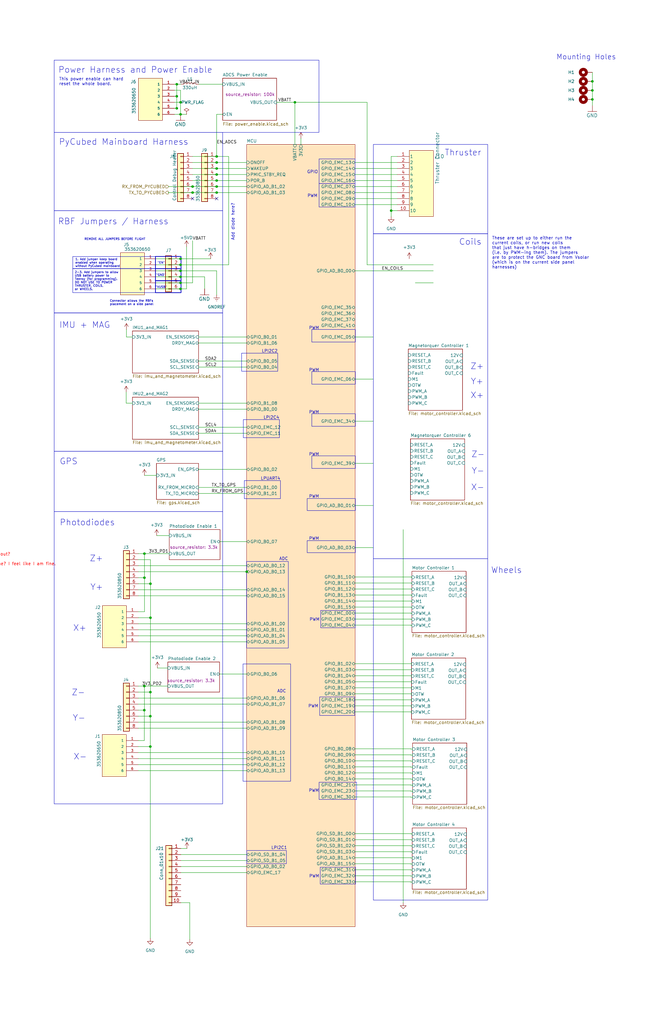
<source format=kicad_sch>
(kicad_sch (version 20230121) (generator eeschema)
  (paper "USLedger" portrait)
  (title_block (title "√g") (date "2023-11-01") (rev "1.0") (company "Stanford Student Space Initiative") (comment 1 "RE: Flynn Dreilinger") (comment 2 "Reviewer 1: Pete Mahowald") (comment 3 "Reviewer 2: Tim Vrakas") (comment 4 "Reviewer 3: Grant Regen") (comment 5 "Reviewer 4:"))
  (bus_alias "UART" (members "TX" "RX"))
  (junction (at 63.5 246.38))
  (junction (at 76.2 48.26))
  (junction (at 60.96 243.84))
  (junction (at 76.2 114.3))
  (junction (at 76.2 119.38))
  (junction (at 165.1 88.9))
  (junction (at 250.0122 41.9608))
  (junction (at 91.44 71.12))
  (junction (at 60.9346 289.5854))
  (junction (at 91.44 76.2))
  (junction (at 76.2 109.22))
  (junction (at 63.4492 302.2854))
  (junction (at 81.28 81.28))
  (junction (at 63.4746 292.1254))
  (junction (at 60.96 233.68))
  (junction (at 250.0122 34.3408))
  (junction (at 76.2 121.92))
  (junction (at 91.44 78.74))
  (junction (at 91.44 66.04))
  (junction (at 104.14 241.3))
  (junction (at 63.4492 315.1124))
  (junction (at 76.2 111.76))
  (junction (at 91.44 81.28))
  (junction (at 74.5998 35.56))
  (junction (at 81.28 78.74))
  (junction (at 63.5 260.731))
  (junction (at 74.5998 40.64))
  (junction (at 76.2 116.84))
  (junction (at 91.44 73.66))
  (junction (at 74.5998 45.72))
  (junction (at 250.0122 38.1508))
  (junction (at 60.9092 299.7454))
  (junction (at 91.44 68.58))
  (junction (at 124.46 43.18))
  (junction (at 76.2 43.18))
  (no_connect (at 91.44 83.82))
  (no_connect (at 81.28 83.82))
  (wire (pts (xy 58.3692 315.1124) (xy 63.4492 315.1124)))
  (wire (pts (xy 81.28 76.2) (xy 91.44 76.2)))
  (wire (pts (xy 157.48 195.58) (xy 149.86 195.58)))
  (wire (pts (xy 127 58.42) (xy 127 60.96)))
  (wire (pts (xy 173.5836 287.8836) (xy 173.5836 287.7566)))
  (wire (pts (xy 66.04 119.38) (xy 76.2 119.38)))
  (wire (pts (xy 170.18 223.52) (xy 170.18 381)))
  (wire (pts (xy 173.3804 364.5662) (xy 149.86 364.5662)))
  (wire (pts (xy 60.9854 243.84) (xy 60.96 243.84)))
  (wire (pts (xy 173.6344 282.8036) (xy 173.6344 282.6766)))
  (wire (pts (xy 173.609 243.5352) (xy 149.86 243.5352)))
  (wire (pts (xy 63.5 260.731) (xy 63.5 292.1254)))
  (wire (pts (xy 66.04 121.92) (xy 76.2 121.92)))
  (wire (pts (xy 81.28 73.66) (xy 91.44 73.66)))
  (wire (pts (xy 173.5582 248.6152) (xy 149.86 248.6152)))
  (wire (pts (xy 182.88 114.3) (xy 149.86 114.3)))
  (wire (pts (xy 174.2948 331.4192) (xy 173.4312 331.4192)))
  (wire (pts (xy 60.96 243.84) (xy 58.42 243.84)))
  (wire (pts (xy 173.99 354.5332) (xy 173.482 354.5332)))
  (wire (pts (xy 173.4312 336.3722) (xy 149.86 336.3722)))
  (wire (pts (xy 104.14 170.18) (xy 83.82 170.18)))
  (wire (pts (xy 63.5 236.22) (xy 58.42 236.22)))
  (wire (pts (xy 173.3296 369.7732) (xy 173.99 369.7732)))
  (wire (pts (xy 72.771 81.28) (xy 81.28 81.28)))
  (wire (pts (xy 76.2 119.38) (xy 81.28 119.38)))
  (wire (pts (xy 173.4312 333.9592) (xy 173.4312 333.8322)))
  (wire (pts (xy 157.48 160.02) (xy 149.86 160.02)))
  (wire (pts (xy 173.4058 362.0262) (xy 149.86 362.0262)))
  (wire (pts (xy 58.3946 289.5854) (xy 60.9346 289.5854)))
  (wire (pts (xy 60.96 233.68) (xy 60.96 243.84)))
  (wire (pts (xy 173.6852 300.5836) (xy 173.4566 300.5836)))
  (wire (pts (xy 173.5074 253.6952) (xy 149.86 253.6952)))
  (wire (pts (xy 71.0184 81.3054) (xy 72.771 81.28)))
  (wire (pts (xy 173.5582 248.7422) (xy 173.5582 248.6152)))
  (wire (pts (xy 173.4312 318.5922) (xy 149.86 318.5922)))
  (wire (pts (xy 173.5074 253.8222) (xy 173.5074 253.6952)))
  (wire (pts (xy 173.863 258.9022) (xy 173.4566 258.9022)))
  (wire (pts (xy 157.48 142.24) (xy 149.86 142.24)))
  (wire (pts (xy 96.52 66.04) (xy 96.52 111.76)))
  (wire (pts (xy 104.14 363.22) (xy 76.3524 363.22)))
  (wire (pts (xy 174.3202 333.9338) (xy 174.3202 333.9592)))
  (wire (pts (xy 154.94 43.18) (xy 154.94 111.76)))
  (wire (pts (xy 173.6852 280.2636) (xy 173.6598 280.2636)))
  (wire (pts (xy 167.64 71.12) (xy 149.86 71.12)))
  (wire (pts (xy 173.5328 292.9636) (xy 173.5328 292.8366)))
  (wire (pts (xy 58.42 241.3) (xy 104.14 241.3)))
  (wire (pts (xy 173.99 351.9932) (xy 173.5074 351.9932)))
  (wire (pts (xy 53.3654 142.24) (xy 55.88 142.24)))
  (wire (pts (xy 91.44 76.2) (xy 104.14 76.2)))
  (wire (pts (xy 174.1424 316.1538) (xy 174.1424 316.1792)))
  (wire (pts (xy 71.2216 78.7654) (xy 71.2216 78.74)))
  (wire (pts (xy 157.48 231.14) (xy 149.86 231.14)))
  (wire (pts (xy 173.4566 300.4566) (xy 149.86 300.4566)))
  (wire (pts (xy 53.2638 165.5064) (xy 53.2638 170.18)))
  (wire (pts (xy 58.4454 270.891) (xy 104.14 270.891)))
  (wire (pts (xy 58.42 233.68) (xy 60.96 233.68)))
  (wire (pts (xy 173.5582 290.2966) (xy 149.86 290.2966)))
  (wire (pts (xy 173.6598 280.2636) (xy 173.6598 280.1366)))
  (wire (pts (xy 173.4312 328.8792) (xy 173.4312 328.7522)))
  (wire (pts (xy 104.14 182.88) (xy 83.82 182.88)))
  (wire (pts (xy 174.2694 328.8538) (xy 174.2694 328.8792)))
  (wire (pts (xy 173.4312 359.4862) (xy 149.86 359.4862)))
  (wire (pts (xy 81.28 68.58) (xy 91.44 68.58)))
  (wire (pts (xy 96.52 66.04) (xy 91.44 66.04)))
  (wire (pts (xy 154.94 43.18) (xy 124.46 43.18)))
  (wire (pts (xy 104.14 172.72) (xy 83.82 172.72)))
  (wire (pts (xy 174.1424 328.8538) (xy 174.2694 328.8538)))
  (wire (pts (xy 167.64 68.58) (xy 149.86 68.58)))
  (wire (pts (xy 66.04 111.76) (xy 76.2 111.76)))
  (wire (pts (xy 91.44 81.28) (xy 104.14 81.28)))
  (wire (pts (xy 173.4312 316.0522) (xy 149.86 316.0522)))
  (wire (pts (xy 91.44 78.74) (xy 104.14 78.74)))
  (wire (pts (xy 167.64 81.28) (xy 149.86 81.28)))
  (wire (pts (xy 91.44 48.26) (xy 91.44 66.04)))
  (wire (pts (xy 250.0122 41.9608) (xy 250.0122 44.5008)))
  (wire (pts (xy 58.42 248.92) (xy 104.14 248.92)))
  (wire (pts (xy 173.3804 364.6932) (xy 173.3804 364.5662)))
  (wire (pts (xy 63.4746 292.1254) (xy 63.4746 302.2854)))
  (wire (pts (xy 74.5998 35.56) (xy 74.5998 40.64)))
  (wire (pts (xy 63.4492 315.1124) (xy 63.4492 396.0622)))
  (wire (pts (xy 173.4312 331.2922) (xy 149.86 331.2922)))
  (wire (pts (xy 173.5836 287.7566) (xy 149.86 287.7566)))
  (wire (pts (xy 174.1678 318.6938) (xy 174.1678 318.7192)))
  (wire (pts (xy 173.482 298.0436) (xy 173.482 297.9166)))
  (wire (pts (xy 173.4312 336.4992) (xy 173.4312 336.3722)))
  (wire (pts (xy 173.4312 326.2122) (xy 149.86 326.2122)))
  (wire (pts (xy 91.44 73.66) (xy 104.14 73.66)))
  (wire (pts (xy 117.3734 43.2054) (xy 124.46 43.18)))
  (wire (pts (xy 83.9724 35.56) (xy 93.98 35.56)))
  (wire (pts (xy 173.4566 300.5836) (xy 173.4566 300.4566)))
  (wire (pts (xy 66.04 114.3) (xy 76.2 114.3)))
  (wire (pts (xy 71.0184 81.28) (xy 71.3994 81.28)))
  (wire (pts (xy 173.3042 372.1862) (xy 149.86 372.1862)))
  (wire (pts (xy 76.2 43.18) (xy 73.66 43.18)))
  (wire (pts (xy 174.244 326.3138) (xy 174.244 326.3392)))
  (wire (pts (xy 76.2 48.26) (xy 78.74 48.26)))
  (wire (pts (xy 167.64 86.36) (xy 149.86 86.36)))
  (wire (pts (xy 86.36 116.84) (xy 86.36 121.92)))
  (wire (pts (xy 91.44 71.12) (xy 104.14 71.12)))
  (wire (pts (xy 58.3946 307.3654) (xy 104.14 307.3654)))
  (wire (pts (xy 173.5074 351.9932) (xy 173.5074 351.8662)))
  (wire (pts (xy 60.9854 243.84) (xy 60.9854 258.191)))
  (wire (pts (xy 124.46 43.18) (xy 124.46 60.96)))
  (wire (pts (xy 173.4312 333.8322) (xy 149.86 333.8322)))
  (wire (pts (xy 66.421 281.9654) (xy 70.8406 281.9654)))
  (wire (pts (xy 63.4746 292.1254) (xy 63.5 292.1254)))
  (wire (pts (xy 174.2948 331.3938) (xy 174.2948 331.4192)))
  (wire (pts (xy 167.64 66.04) (xy 165.1 66.04)))
  (wire (pts (xy 76.2 116.84) (xy 86.36 116.84)))
  (wire (pts (xy 173.4312 326.3392) (xy 173.4312 326.2122)))
  (wire (pts (xy 58.42 251.46) (xy 104.14 251.46)))
  (wire (pts (xy 174.3456 336.4992) (xy 173.4312 336.4992)))
  (wire (pts (xy 174.244 326.3392) (xy 173.4312 326.3392)))
  (wire (pts (xy 104.14 205.74) (xy 83.82 205.74)))
  (wire (pts (xy 173.3296 369.7732) (xy 173.3296 369.6462)))
  (wire (pts (xy 173.5328 251.2822) (xy 173.5328 251.1552)))
  (wire (pts (xy 76.3524 381) (xy 80.0862 381)))
  (wire (pts (xy 173.6852 290.4236) (xy 173.5582 290.4236)))
  (wire (pts (xy 167.64 73.66) (xy 149.86 73.66)))
  (wire (pts (xy 182.88 119.38) (xy 175.26 119.38)))
  (wire (pts (xy 63.5254 246.38) (xy 63.5 246.38)))
  (wire (pts (xy 116.7384 43.18) (xy 117.3734 43.2054)))
  (wire (pts (xy 173.4312 359.6132) (xy 173.4312 359.4862)))
  (wire (pts (xy 173.6852 285.3436) (xy 173.609 285.3436)))
  (wire (pts (xy 154.94 111.76) (xy 182.88 111.76)))
  (wire (pts (xy 173.863 243.6622) (xy 173.609 243.6622)))
  (wire (pts (xy 104.14 198.12) (xy 83.82 198.12)))
  (wire (pts (xy 73.66 38.1) (xy 76.2 38.1)))
  (wire (pts (xy 60.9854 258.191) (xy 58.4454 258.191)))
  (wire (pts (xy 173.4058 362.1532) (xy 173.4058 362.0262)))
  (wire (pts (xy 173.863 248.7422) (xy 173.5582 248.7422)))
  (wire (pts (xy 63.5 260.731) (xy 63.5254 260.731)))
  (wire (pts (xy 174.1678 318.7192) (xy 173.4312 318.7192)))
  (wire (pts (xy 81.28 81.28) (xy 91.44 81.28)))
  (wire (pts (xy 173.99 359.6132) (xy 173.4312 359.6132)))
  (wire (pts (xy 174.1424 318.6938) (xy 174.1678 318.6938)))
  (wire (pts (xy 173.4566 357.0732) (xy 173.4566 356.9462)))
  (wire (pts (xy 71.0184 81.28) (xy 71.0184 81.3054)))
  (wire (pts (xy 174.2694 328.8792) (xy 173.4312 328.8792)))
  (wire (pts (xy 173.482 297.9166) (xy 149.86 297.9166)))
  (wire (pts (xy 173.99 357.0732) (xy 173.4566 357.0732)))
  (wire (pts (xy 74.5998 40.64) (xy 74.5998 45.72)))
  (wire (pts (xy 92.6846 284.5054) (xy 104.14 284.5054)))
  (wire (pts (xy 173.6852 287.8836) (xy 173.5836 287.8836)))
  (wire (pts (xy 173.863 256.3622) (xy 173.482 256.3622)))
  (wire (pts (xy 71.2216 78.74) (xy 81.28 78.74)))
  (wire (pts (xy 173.5836 246.2022) (xy 173.5836 246.0752)))
  (wire (pts (xy 58.4454 265.811) (xy 104.14 265.811)))
  (wire (pts (xy 173.4312 261.4422) (xy 173.4312 261.3152)))
  (wire (pts (xy 173.482 354.5332) (xy 173.482 354.4062)))
  (wire (pts (xy 167.64 88.9) (xy 165.1 88.9)))
  (wire (pts (xy 81.28 101.6) (xy 81.28 119.38)))
  (wire (pts (xy 174.1424 316.1792) (xy 173.4312 316.1792)))
  (wire (pts (xy 74.5998 45.72) (xy 73.66 45.72)))
  (wire (pts (xy 174.3456 336.4738) (xy 174.3456 336.4992)))
  (wire (pts (xy 174.3202 333.9338) (xy 174.1424 333.9338)))
  (wire (pts (xy 104.14 154.94) (xy 83.82 154.94)))
  (wire (pts (xy 76.2 121.92) (xy 78.74 121.92)))
  (wire (pts (xy 173.99 367.2332) (xy 173.355 367.2332)))
  (wire (pts (xy 81.28 71.12) (xy 91.44 71.12)))
  (wire (pts (xy 173.6344 282.6766) (xy 149.86 282.6766)))
  (wire (pts (xy 63.5254 246.38) (xy 63.5254 260.731)))
  (wire (pts (xy 165.1 66.04) (xy 165.1 88.9)))
  (wire (pts (xy 173.6852 282.8036) (xy 173.6344 282.8036)))
  (wire (pts (xy 173.609 285.3436) (xy 173.609 285.2166)))
  (wire (pts (xy 173.863 246.2022) (xy 173.5836 246.2022)))
  (wire (pts (xy 173.4058 263.8552) (xy 149.86 263.8552)))
  (wire (pts (xy 60.9346 289.5854) (xy 60.9346 299.7454)))
  (wire (pts (xy 58.3946 302.2854) (xy 63.4492 302.2854)))
  (wire (pts (xy 157.48 177.8) (xy 149.86 177.8)))
  (wire (pts (xy 80.0862 396.5194) (xy 80.0862 381)))
  (wire (pts (xy 174.2186 323.7992) (xy 173.4312 323.7992)))
  (wire (pts (xy 58.3946 299.7454) (xy 60.9092 299.7454)))
  (wire (pts (xy 173.4312 323.6722) (xy 149.86 323.6722)))
  (wire (pts (xy 173.4312 328.7522) (xy 149.86 328.7522)))
  (wire (pts (xy 173.6852 292.9636) (xy 173.5328 292.9636)))
  (wire (pts (xy 63.5 260.731) (xy 58.4454 260.731)))
  (wire (pts (xy 76.2 43.18) (xy 76.2 48.26)))
  (wire (pts (xy 58.3946 292.1254) (xy 63.4746 292.1254)))
  (wire (pts (xy 63.4492 302.2854) (xy 63.4746 302.2854)))
  (wire (pts (xy 104.14 180.34) (xy 83.82 180.34)))
  (wire (pts (xy 173.355 367.2332) (xy 173.355 367.1062)))
  (wire (pts (xy 104.14 144.78) (xy 83.82 144.78)))
  (wire (pts (xy 63.4492 302.2854) (xy 63.4492 315.1124)))
  (wire (pts (xy 173.609 285.2166) (xy 149.86 285.2166)))
  (wire (pts (xy 250.0122 30.5308) (xy 250.0122 34.3408)))
  (wire (pts (xy 174.1424 321.2338) (xy 174.1932 321.2338)))
  (wire (pts (xy 76.2 48.26) (xy 73.66 48.26)))
  (wire (pts (xy 174.1932 321.2592) (xy 173.4312 321.2592)))
  (wire (pts (xy 74.5998 45.7454) (xy 74.5998 45.72)))
  (wire (pts (xy 173.5328 251.1552) (xy 149.86 251.1552)))
  (wire (pts (xy 60.9092 299.7454) (xy 60.9092 312.5724)))
  (wire (pts (xy 104.14 142.24) (xy 83.82 142.24)))
  (wire (pts (xy 174.2948 331.3938) (xy 174.1424 331.3938)))
  (wire (pts (xy 60.9092 312.5724) (xy 58.3692 312.5724)))
  (wire (pts (xy 173.4312 316.1792) (xy 173.4312 316.0522)))
  (wire (pts (xy 74.5998 35.56) (xy 76.3524 35.56)))
  (wire (pts (xy 174.2186 323.7738) (xy 174.2186 323.7992)))
  (wire (pts (xy 78.74 104.14) (xy 78.74 121.92)))
  (wire (pts (xy 104.14 152.4) (xy 83.82 152.4)))
  (wire (pts (xy 173.355 367.1062) (xy 149.86 367.1062)))
  (wire (pts (xy 167.64 83.82) (xy 149.86 83.82)))
  (wire (pts (xy 173.4312 323.7992) (xy 173.4312 323.6722)))
  (wire (pts (xy 66.04 116.84) (xy 76.2 116.84)))
  (wire (pts (xy 173.5328 292.8366) (xy 149.86 292.8366)))
  (wire (pts (xy 173.5074 295.3766) (xy 149.86 295.3766)))
  (wire (pts (xy 173.5836 246.0752) (xy 149.86 246.0752)))
  (wire (pts (xy 174.3202 333.9592) (xy 173.4312 333.9592)))
  (wire (pts (xy 104.1654 241.3) (xy 104.14 241.3)))
  (wire (pts (xy 74.5998 40.64) (xy 73.66 40.64)))
  (wire (pts (xy 173.482 256.3622) (xy 173.482 256.2352)))
  (wire (pts (xy 173.99 364.6932) (xy 173.3804 364.6932)))
  (wire (pts (xy 173.482 354.4062) (xy 149.86 354.4062)))
  (wire (pts (xy 58.3946 304.8254) (xy 104.14 304.8254)))
  (wire (pts (xy 60.9092 299.7454) (xy 60.9346 299.7454)))
  (wire (pts (xy 76.2 111.76) (xy 96.52 111.76)))
  (wire (pts (xy 173.4312 321.1322) (xy 149.86 321.1322)))
  (wire (pts (xy 66.04 109.22) (xy 76.2 109.22)))
  (wire (pts (xy 173.4312 261.4422) (xy 173.863 261.4422)))
  (wire (pts (xy 173.863 263.9822) (xy 173.4058 263.9822)))
  (wire (pts (xy 173.6852 295.5036) (xy 173.5074 295.5036)))
  (wire (pts (xy 81.28 66.04) (xy 91.44 66.04)))
  (wire (pts (xy 173.99 372.3132) (xy 173.3042 372.3132)))
  (wire (pts (xy 173.4566 356.9462) (xy 149.86 356.9462)))
  (wire (pts (xy 66.1162 226.06) (xy 71.4248 226.06)))
  (wire (pts (xy 104.14 365.76) (xy 76.3524 365.76)))
  (wire (pts (xy 173.5582 290.4236) (xy 173.5582 290.2966)))
  (wire (pts (xy 174.1932 321.2338) (xy 174.1932 321.2592)))
  (wire (pts (xy 173.4312 318.7192) (xy 173.4312 318.5922)))
  (wire (pts (xy 173.4058 263.9822) (xy 173.4058 263.8552)))
  (wire (pts (xy 104.14 368.3) (xy 76.3524 368.3)))
  (wire (pts (xy 104.14 208.28) (xy 83.82 208.28)))
  (wire (pts (xy 76.2 38.1) (xy 76.2 43.18)))
  (wire (pts (xy 76.2 109.22) (xy 88.9 109.22)))
  (wire (pts (xy 173.4312 261.3152) (xy 149.86 261.3152)))
  (wire (pts (xy 58.3946 294.6654) (xy 104.14 294.6654)))
  (wire (pts (xy 91.44 124.46) (xy 91.44 114.3)))
  (wire (pts (xy 58.3692 322.7324) (xy 104.14 322.7324)))
  (wire (pts (xy 173.4312 331.4192) (xy 173.4312 331.2922)))
  (wire (pts (xy 173.863 253.8222) (xy 173.5074 253.8222)))
  (wire (pts (xy 58.4454 263.271) (xy 104.14 263.271)))
  (wire (pts (xy 173.3042 372.3132) (xy 173.3042 372.1862)))
  (wire (pts (xy 173.3296 369.6462) (xy 149.86 369.6462)))
  (wire (pts (xy 167.64 76.2) (xy 149.86 76.2)))
  (wire (pts (xy 173.4566 258.9022) (xy 173.4566 258.7752)))
  (wire (pts (xy 173.5074 295.5036) (xy 173.5074 295.3766)))
  (wire (pts (xy 174.3456 336.4738) (xy 174.1424 336.4738)))
  (wire (pts (xy 81.28 78.74) (xy 91.44 78.74)))
  (wire (pts (xy 63.5 246.38) (xy 58.42 246.38)))
  (wire (pts (xy 173.482 256.2352) (xy 149.86 256.2352)))
  (wire (pts (xy 173.482 298.0436) (xy 173.6852 298.0436)))
  (wire (pts (xy 174.1424 323.7738) (xy 174.2186 323.7738)))
  (wire (pts (xy 60.9346 289.5854) (xy 70.8406 289.5854)))
  (wire (pts (xy 58.3692 317.6524) (xy 104.14 317.6524)))
  (wire (pts (xy 173.4312 321.2592) (xy 173.4312 321.1322)))
  (wire (pts (xy 58.3692 325.2724) (xy 104.14 325.2724)))
  (wire (pts (xy 66.04 200.66) (xy 60.96 200.66)))
  (wire (pts (xy 173.99 362.1532) (xy 173.4058 362.1532)))
  (wire (pts (xy 53.2638 170.18) (xy 55.88 170.18)))
  (wire (pts (xy 53.3654 139.0904) (xy 53.3654 142.24)))
  (wire (pts (xy 173.4566 258.7752) (xy 149.86 258.7752)))
  (wire (pts (xy 73.66 35.56) (xy 74.5998 35.56)))
  (wire (pts (xy 250.0122 34.3408) (xy 250.0122 38.1508)))
  (wire (pts (xy 60.96 233.68) (xy 71.4248 233.68)))
  (wire (pts (xy 58.42 238.76) (xy 104.14 238.76)))
  (wire (pts (xy 58.3692 320.1924) (xy 104.14 320.1924)))
  (wire (pts (xy 167.64 78.74) (xy 149.86 78.74)))
  (wire (pts (xy 173.5074 351.8662) (xy 149.86 351.8662)))
  (wire (pts (xy 58.3946 297.2054) (xy 104.14 297.2054)))
  (wire (pts (xy 157.48 213.36) (xy 149.86 213.36)))
  (wire (pts (xy 76.3524 358.14) (xy 78.8924 358.14)))
  (wire (pts (xy 173.863 251.2822) (xy 173.5328 251.2822)))
  (wire (pts (xy 76.2 114.3) (xy 91.44 114.3)))
  (wire (pts (xy 58.4454 268.351) (xy 104.14 268.351)))
  (wire (pts (xy 173.6598 280.1366) (xy 149.86 280.1366)))
  (wire (pts (xy 92.8624 228.6) (xy 104.14 228.6)))
  (wire (pts (xy 174.1424 326.3138) (xy 174.244 326.3138)))
  (wire (pts (xy 63.5 236.22) (xy 63.5 246.38)))
  (wire (pts (xy 165.1 91.44) (xy 165.1 88.9)))
  (wire (pts (xy 91.44 68.58) (xy 104.14 68.58)))
  (wire (pts (xy 250.0122 38.1508) (xy 250.0122 41.9608)))
  (wire (pts (xy 104.14 360.68) (xy 76.3524 360.68)))
  (wire (pts (xy 173.609 243.6622) (xy 173.609 243.5352)))
  (wire (pts (xy 91.44 48.26) (xy 93.98 48.26)))
  (rectangle (start 157.5816 60.96) (end 205.8416 98.6536))
  (rectangle (start 22.86 55.88) (end 93.98 88.9))
  (rectangle (start 134.6708 77.4446) (end 149.86 87.376))
  (rectangle (start 22.86 190.5) (end 93.98 215.9))
  (rectangle (start 104.0892 236.982) (end 121.6914 273.5326))
  (rectangle (start 131.5974 144.3736) (end 149.9616 139.065))
  (rectangle (start 65.6082 118.491) (end 76.4032 123.5202) (stroke (width 0.3)))
  (rectangle (start 129.6416 215.4936) (end 149.9616 210.4136))
  (rectangle (start 22.86 88.9) (end 93.98 132.08))
  (rectangle (start 102.5652 280.2382) (end 122.6566 329.7428))
  (rectangle (start 134.6708 330.1746) (end 150.5204 337.439))
  (rectangle (start 104.1908 364.5408) (end 120.8786 358.9782))
  (rectangle (start 135.1534 366.0394) (end 150.0378 373.1514))
  (rectangle (start 131.5974 179.9336) (end 149.9616 174.625))
  (rectangle (start 30.7086 113.3856) (end 65.6082 123.5202))
  (rectangle (start 103.124 202.8444) (end 118.364 210.4644))
  (rectangle (start 30.7086 108.2802) (end 65.6082 113.3856))
  (rectangle (start 131.5974 162.1536) (end 149.9616 156.845))
  (rectangle (start 22.86 132.08) (end 93.98 190.5))
  (rectangle (start 157.5816 98.6536) (end 205.8416 235.8136))
  (rectangle (start 129.6416 228.1936) (end 149.9616 233.2736))
  (rectangle (start 134.9248 294.1574) (end 149.7076 301.9806))
  (rectangle (start 22.86 25.4) (end 134.62 55.88))
  (rectangle (start 135.3566 257.6576) (end 149.9108 264.9728))
  (rectangle (start 131.5974 197.7136) (end 149.9616 192.405))
  (rectangle (start 134.6708 67.0814) (end 149.86 77.4446))
  (rectangle (start 65.6082 113.3856) (end 76.4032 118.491) (stroke (width 0.3)))
  (rectangle (start 65.6082 108.2548) (end 76.4032 113.3856) (stroke (width 0.3)))
  (rectangle (start 157.5816 235.8136) (end 205.8416 379.9078))
  (rectangle (start 101.981 149.0726) (end 117.221 156.6926))
  (rectangle (start 102.6922 177.1142) (end 117.9322 184.7342))
  (rectangle (start 22.86 215.9) (end 93.98 339.2932))
  (text "GPS\n" (at 32.8168 196.3928 0) (effects (font (size 2.54 2.54)) (justify right bottom)))
  (text "PWM\n" (at 134.7216 192.6336 0) (effects (font (size 1.27 1.27)) (justify right bottom)))
  (text "LPI2C2\n" (at 117.221 149.0726 0) (effects (font (size 1.27 1.27)) (justify right bottom)))
  (text "Y+" (at 43.5864 249.4534 0) (effects (font (size 2.54 2.54)) (justify right bottom)))
  (text "PWM\n" (at 134.9502 262.3566 0) (effects (font (size 1.27 1.27)) (justify right bottom)))
  (text "Z+" (at 204.2922 156.2354 0) (effects (font (size 2.54 2.54)) (justify right bottom)))
  (text "LPI2C4\n" (at 117.9322 177.1142 0) (effects (font (size 1.27 1.27)) (justify right bottom)))
  (text "PWM\n" (at 134.7216 228.1936 0) (effects (font (size 1.27 1.27)) (justify right bottom)))
  (text "PWM\n" (at 134.7978 370.6876 0) (effects (font (size 1.27 1.27)) (justify right bottom)))
  (text "Z-" (at 35.9918 293.9034 0) (effects (font (size 2.54 2.54)) (justify right bottom)))
  (text "X-" (at 36.7538 321.0052 0) (effects (font (size 2.54 2.54)) (justify right bottom)))
  (text "X+" (at 204.2922 168.4782 0) (effects (font (size 2.54 2.54)) (justify right bottom)))
  (text "Add diode here?" (at 99.06 101.6 90) (effects (font (size 1.27 1.27)) (justify left bottom)))
  (text "PyCubed Mainboard Harness" (at 24.8158 61.5442 0) (effects (font (size 2.54 2.54)) (justify left bottom)))
  (text "Power Harness and Power Enable" (at 24.5618 31.115 0) (effects (font (size 2.54 2.54)) (justify left bottom)))
  (text "2-3. Add jumpers to allow\nUSB battery power to \nTeensy (for programming).\nDO NOT USE TO POWER \nTHRUSTER, COILS, \nor WHEELS." (at 31.496 122.7582 0) (effects (font (size 0.889 0.889)) (justify left bottom)))
  (text "Z-" (at 204.6732 193.3956 0) (effects (font (size 2.54 2.54)) (justify right bottom)))
  (text "LPI2C1\n" (at 114.427 358.7242 0) (effects (font (size 1.27 1.27)) (justify left bottom)))
  (text "GPIO\n\n" (at 134.239 75.4888 0) (effects (font (size 1.27 1.27)) (justify right bottom)))
  (text "\"VUSB\"" (at 65.5574 121.8692 0) (effects (font (size 0.889 0.889)) (justify left bottom)))
  (text "\"EN\"" (at 66.421 111.6076 0) (effects (font (size 0.889 0.889)) (justify left bottom)))
  (text "Thruster\n" (at 203.2 66.04 0) (effects (font (size 2.54 2.54)) (justify right bottom)))
  (text "X+" (at 36.576 266.7 0) (effects (font (size 2.54 2.54)) (justify right bottom)))
  (text "PWM\n" (at 134.4168 298.9072 0) (effects (font (size 1.27 1.27)) (justify right bottom)))
  (text "X-" (at 204.5208 207.3148 0) (effects (font (size 2.54 2.54)) (justify right bottom)))
  (text "REMOVE ALL JUMPERS BEFORE FLIGHT" (at 35.56 101.6 0) (effects (font (size 0.889 0.889)) (justify left bottom)))
  (text "Y+" (at 204.1398 162.6362 0) (effects (font (size 2.54 2.54)) (justify right bottom)))
  (text "Coils\n" (at 203.3016 103.7336 0) (effects (font (size 2.54 2.54)) (justify right bottom)))
  (text "Connector allows the RBFs \nplacement on a side panel\n" (at 46.3042 129.0828 0) (effects (font (size 0.889 0.889)) (justify left bottom)))
  (text "RBF Jumpers / Harness" (at 24.4348 95.0976 0) (effects (font (size 2.54 2.54)) (justify left bottom)))
  (text "Mounting Holes" (at 234.7722 25.4508 0) (effects (font (size 2.159 2.159)) (justify left bottom)))
  (text "IMU + MAG\n" (at 46.5582 138.811 0) (effects (font (size 2.54 2.54)) (justify right bottom)))
  (text "Y-" (at 36.1442 304.6476 0) (effects (font (size 2.54 2.54)) (justify right bottom)))
  (text "PWM\n" (at 134.7216 174.8536 0) (effects (font (size 1.27 1.27)) (justify right bottom)))
  (text "PWM\n" (at 134.0612 83.5152 0) (effects (font (size 1.27 1.27)) (justify right bottom)))
  (text "Wheels\n" (at 220.345 242.2906 0) (effects (font (size 2.54 2.54)) (justify right bottom)))
  (text "LPUART4\n" (at 118.364 202.8444 0) (effects (font (size 1.27 1.27)) (justify right bottom)))
  (text "1. Add jumper keep board \nenabled when operating \nwithout PyCubed mainboard\n" (at 31.7246 113.0046 0) (effects (font (size 0.889 0.889)) (justify left bottom)))
  (text "These are set up to either run the\ncurrent coils, or run new coils \nthat just have h-bridges on them\n(i.e. by PWM-ing them). The jumpers\nare to protect the GNC board from Vsolar\n(which is on the current side panel \nharnesses)" (at 207.6196 113.6396 0) (effects (font (size 1.27 1.27)) (justify left bottom)))
  (text "This power enable can hard \nreset the whole board." (at 24.892 36.2712 0) (effects (font (size 1.27 1.27)) (justify left bottom)))
  (text "Y-" (at 204.5208 200.3552 0) (effects (font (size 2.54 2.54)) (justify right bottom)))
  (text "PWM\n" (at 134.7216 139.2936 0) (effects (font (size 1.27 1.27)) (justify right bottom)))
  (text "\"GND\"" (at 70.0532 116.7638 0) (effects (font (size 0.889 0.889)) (justify right bottom)))
  (text "PWM\n" (at 134.6454 334.5688 0) (effects (font (size 1.27 1.27)) (justify right bottom)))
  (text "Photodiodes" (at 48.5648 222.1738 0) (effects (font (size 2.54 2.54)) (justify right bottom)))
  (text "PWM\n" (at 134.7216 210.4136 0) (effects (font (size 1.27 1.27)) (justify right bottom)))
  (text "ADC\n" (at 120.777 292.5826 0) (effects (font (size 1.27 1.27)) (justify right bottom)))
  (text "ADC\n" (at 121.6152 236.728 0) (effects (font (size 1.27 1.27)) (justify right bottom)))
  (text "LDO for analog 3V3 supply?\nadd inductor, caps to filter things out?\n\nShould I make an analog GND plane? I feel like I am fine.\n" (at -34.2646 238.887 0) (effects (font (size 1.27 1.27)) (justify left bottom)))
  (text "Z+" (at 43.5864 237.3376 0) (effects (font (size 2.54 2.54)) (justify right bottom)))
  (text "PWM\n" (at 134.7216 157.0736 0) (effects (font (size 1.27 1.27)) (justify right bottom)))
  (label "TX_TO_GPS" (at 89.2302 205.74 0))
  (label "SCL2" (at 91.44 154.94 180))
  (label "EN_ADCS" (at 91.44 60.96 0))
  (label "VBATT_IN" (at 75.7428 35.56 0))
  (label "VBATT" (at 117.3734 43.2054 0))
  (label "SDA2" (at 91.44 152.4 180))
  (label "3V3_PD1" (at 71.12 233.68 180))
  (label "3V3_PD2" (at 68.3006 289.5854 180))
  (label "SCL4" (at 91.44 180.34 180))
  (label "EN_COILS" (at 170.18 114.3 180))
  (label "VBATT" (at 81.28 101.6 0))
  (label "SDA4" (at 91.44 182.88 180))
  (label "RX_FROM_GPS" (at 89.2048 208.28 0))
  (hierarchical_label "RX_FROM_PYCUBED" (shape input) (at 71.2216 78.7654 180))
  (hierarchical_label "TX_TO_PYCUBED" (shape output) (at 71.0184 81.3054 180))
  (symbol (lib_id "power:+3V3") (at 127 58.42 0) (unit 1)
    (property "Reference" "#PWR010" (effects hide))
    (property "Value" "+3V3" (at 127 53.9242 0))
  )
  (symbol (lib_id "mainboard:GND") (at 76.2 50.8 0) (unit 1)
    (property "Reference" "#GND01" (effects hide))
    (property "Value" "GND" (at 73.66 53.34 0) (effects (font (size 1.4986 1.4986)) (justify left bottom)))
  )
  (symbol (lib_id "mainboard:35362-0650") (at 48.2854 265.811 0) (unit 1)
    (property "Reference" "J2" (at 42.4942 256.3622 0) (effects (justify right)))
    (property "Value" "353620650" (at 41.8084 258.2926 90) (effects (justify right)))
    (property "Footprint" "mainboard:MOLEX_35362-0650" (effects hide))
    (property "Datasheet" "https://tools.molex.com/pdm_docs/sd/353620650_sd.pdf" (effects hide))
    (property "Manufacturer_Name" "Molex" (effects hide))
    (property "Flight" "353620650" (effects hide))
    (property "Description" "6-pin sherlock through-hole connector" (effects hide))
  )
  (symbol (lib_id "Mechanical:MountingHole_Pad") (at 247.4722 41.9608 90) (unit 1)
    (property "Reference" "H4" (at 241.1222 41.9608 90))
    (property "Value" "MountingHole_Pad" (effects hide))
    (property "Footprint" "MountingHole:MountingHole_3.2mm_M3_DIN965_Pad" (effects hide))
    (property "DNI" "DNI" (effects hide))
  )
  (symbol (lib_id "Connector_Generic:Conn_01x08") (at 53.3146 297.2054 0) (mirror y) (unit 1)
    (property "Reference" "J4" (at 54.356 286.9184 0) (effects (justify left)))
    (property "Value" "353620850" (at 50.4698 308.6862 90) (effects (justify left)))
    (property "Footprint" "adcs:SHDR8W50P0X200_1X8_1830X550X850P" (effects hide))
    (property "Datasheet" "https://tools.molex.com/pdm_docs/sd/353620850_sd.pdf" (effects hide))
    (property "Manufacturer_Name" "Molex" (effects hide))
    (property "Flight" "353620850" (effects hide))
    (property "Description" "8-pin sherlock through-hole connector" (effects hide))
  )
  (symbol (lib_id "mainboard:35362-0650") (at 63.5 43.18 0) (unit 1)
    (property "Reference" "J6" (at 56.2864 34.4932 0))
    (property "Value" "353620650" (at 56.515 42.4942 90))
    (property "Footprint" "mainboard:MOLEX_35362-0650" (effects hide))
    (property "Datasheet" "https://tools.molex.com/pdm_docs/sd/353620650_sd.pdf" (effects hide))
    (property "Manufacturer_Name" "Molex" (effects hide))
    (property "Flight" "353620650" (effects hide))
    (property "Description" "6-pin sherlock through-hole connector" (effects hide))
  )
  (symbol (lib_id "power:+3V3") (at 53.3654 139.0904 0) (mirror y) (unit 1)
    (property "Reference" "#PWR02" (effects hide))
    (property "Value" "+3V3" (at 53.3654 134.5946 0))
  )
  (symbol (lib_id "power:+5VD") (at 78.74 104.14 0) (unit 1)
    (property "Reference" "#PWR07" (effects hide))
    (property "Value" "+5VD" (at 75.9714 100.33 0) (effects (justify left)))
  )
  (symbol (lib_id "Connector_Generic:Conn_01x08") (at 53.34 241.3 0) (mirror y) (unit 1)
    (property "Reference" "J3" (at 54.3814 231.013 0) (effects (justify left)))
    (property "Value" "353620850" (at 50.4952 252.7808 90) (effects (justify left)))
    (property "Footprint" "adcs:SHDR8W50P0X200_1X8_1830X550X850P" (effects hide))
    (property "Datasheet" "https://tools.molex.com/pdm_docs/sd/353620850_sd.pdf" (effects hide))
    (property "Manufacturer_Name" "Molex" (effects hide))
    (property "Flight" "353620850" (effects hide))
    (property "Description" "8-pin sherlock through-hole connector" (effects hide))
  )
  (symbol (lib_id "power:GND") (at 63.4492 396.0622 0) (mirror y) (unit 1)
    (property "Reference" "#PWR04" (effects hide))
    (property "Value" "GND" (at 63.4492 401.1422 0))
  )
  (symbol (lib_id "power:GNDREF") (at 91.44 124.46 0) (unit 1)
    (property "Reference" "#PWR09" (effects hide))
    (property "Value" "GNDREF" (at 91.44 129.54 0))
  )
  (symbol (lib_id "power:+3V3") (at 53.2638 165.5064 0) (mirror y) (unit 1)
    (property "Reference" "#PWR01" (effects hide))
    (property "Value" "+3V3" (at 53.2638 161.0106 0))
  )
  (symbol (lib_id "Connector_Generic:Conn_01x10") (at 71.2724 368.3 0) (mirror y) (unit 1)
    (property "Reference" "J21" (at 67.3862 358.1146 0))
    (property "Value" "Conn_01x10" (at 68.1228 365.633 90))
    (property "Footprint" "Connector_PinHeader_2.54mm:PinHeader_1x10_P2.54mm_Vertical" (effects hide))
    (property "Description" "10-pin GPIO" (effects hide))
  )
  (symbol (lib_id "adcs:353621050") (at 177.8 77.47 0) (unit 1)
    (property "Reference" "J10" (at 183.2102 66.0146 0) (effects (font (size 1.524 1.524)) (justify left)))
    (property "Value" "Thruster Connector" (at 184.5564 77.7748 90) (effects (font (size 1.524 1.524)) (justify left)))
    (property "Footprint" "CON_353621050" (effects hide))
    (property "Datasheet" "https://tools.molex.com/pdm_docs/sd/353621050_sd.pdf" (effects hide))
    (property "Manufacturer_Name" "Molex" (effects hide))
    (property "Flight" "353621050" (effects hide))
    (property "Description" "10-pin sherlock through-hole connector " (effects hide))
  )
  (symbol (lib_id "Mechanical:MountingHole_Pad") (at 247.4722 34.3408 90) (unit 1)
    (property "Reference" "H2" (at 241.1222 34.3408 90))
    (property "Value" "MountingHole_Pad" (effects hide))
    (property "Footprint" "MountingHole:MountingHole_3.2mm_M3_DIN965_Pad" (effects hide))
    (property "DNI" "DNI" (effects hide))
  )
  (symbol (lib_id "power:+3V3") (at 66.421 281.9654 0) (mirror y) (unit 1)
    (property "Reference" "#PWR06" (effects hide))
    (property "Value" "+3V3" (at 66.421 277.4696 0))
  )
  (symbol (lib_id "power:PWR_FLAG") (at 78.74 48.26 0) (unit 1)
    (property "Reference" "#FLG01" (effects hide))
    (property "Value" "PWR_FLAG" (at 81.28 43.18 0))
  )
  (symbol (lib_id "power:+3V3") (at 66.1162 226.06 0) (mirror y) (unit 1)
    (property "Reference" "#PWR05" (effects hide))
    (property "Value" "+3V3" (at 66.1162 221.5642 0))
  )
  (symbol (lib_id "Connector_Generic:Conn_01x06") (at 71.12 114.3 0) (mirror y) (unit 1)
    (property "Reference" "J7" (at 69.9262 105.7148 0) (effects (justify right)))
    (property "Value" "Conn_01x06" (effects hide))
    (property "Footprint" "Connector_PinHeader_2.54mm:PinHeader_1x06_P2.54mm_Vertical" (effects hide))
    (property "DNI" "DNI" (effects hide))
    (property "Description" "6-pin horizontal header" (effects hide))
    (property "Flight" "PH1RB-06-UA" (effects hide))
    (property "Manufacturer_Name" "Adam-Tech" (effects hide))
  )
  (symbol (lib_id "mainboard:GND") (at 250.0122 47.0408 0) (unit 1)
    (property "Reference" "#GND024" (effects hide))
    (property "Value" "GND" (at 247.4722 49.5808 0) (effects (font (size 1.4986 1.4986)) (justify left bottom)))
  )
  (symbol (lib_id "power:+3V3") (at 78.8924 358.14 0) (mirror y) (unit 1)
    (property "Reference" "#PWR014" (effects hide))
    (property "Value" "+3V3" (at 78.8924 354.3808 0))
  )
  (symbol (lib_id "Mechanical:MountingHole_Pad") (at 247.4722 30.5308 90) (unit 1)
    (property "Reference" "H1" (at 241.1222 30.5308 90))
    (property "Value" "MountingHole_Pad" (effects hide))
    (property "Footprint" "MountingHole:MountingHole_3.2mm_M3_DIN965_Pad" (effects hide))
    (property "DNI" "DNI" (effects hide))
  )
  (symbol (lib_id "power:+3V3") (at 172.72 109.22 0) (mirror y) (unit 1)
    (property "Reference" "#PWR013" (effects hide))
    (property "Value" "+3V3" (at 172.72 104.3686 0))
  )
  (symbol (lib_id "power:GND") (at 170.18 381 0) (unit 1)
    (property "Reference" "#PWR058" (effects hide))
    (property "Value" "GND" (at 170.18 386.08 0))
  )
  (symbol (lib_id "Connector_Generic:Conn_01x08") (at 86.36 73.66 0) (mirror y) (unit 1)
    (property "Reference" "J9" (at 87.4014 63.373 0) (effects (justify left)))
    (property "Value" "353620850" (at 83.5152 85.1408 90) (effects (justify left)))
    (property "Footprint" "adcs:SHDR8W50P0X200_1X8_1830X550X850P" (effects hide))
    (property "Datasheet" "https://tools.molex.com/pdm_docs/sd/353620850_sd.pdf" (effects hide))
    (property "Manufacturer_Name" "Molex" (effects hide))
    (property "Flight" "353620850" (effects hide))
    (property "Description" "8-pin sherlock through-hole connector" (effects hide))
  )
  (symbol (lib_id "Connector_Generic:Conn_01x08") (at 76.2 73.66 0) (mirror y) (unit 1)
    (property "Reference" "J8" (at 73.9902 66.04 0) (effects (justify left)))
    (property "Value" "Control Debug Header" (at 73.6346 84.7852 90) (effects (justify left)))
    (property "Footprint" "Connector_PinHeader_2.54mm:PinHeader_1x08_P2.54mm_Vertical" (effects hide))
    (property "DNI" "DNI" (effects hide))
    (property "Description" "10-pin GPIO" (effects hide))
  )
  (symbol (lib_id "mainboard:35362-0650") (at 48.2092 320.1924 0) (unit 1)
    (property "Reference" "J1" (at 42.418 310.7436 0) (effects (justify right)))
    (property "Value" "353620650" (at 41.7322 312.674 90) (effects (justify right)))
    (property "Footprint" "mainboard:MOLEX_35362-0650" (effects hide))
    (property "Datasheet" "https://tools.molex.com/pdm_docs/sd/353620650_sd.pdf" (effects hide))
    (property "Manufacturer_Name" "Molex" (effects hide))
    (property "Flight" "353620650" (effects hide))
    (property "Description" "6-pin sherlock through-hole connector" (effects hide))
  )
  (symbol (lib_id "mainboard:GND") (at 86.36 124.46 0) (unit 1)
    (property "Reference" "#GND02" (effects hide))
    (property "Value" "GND" (at 83.8454 127.0254 0) (effects (font (size 1.4986 1.4986)) (justify left bottom)))
  )
  (symbol (lib_id "power:GND") (at 80.0862 396.5194 0) (mirror y) (unit 1)
    (property "Reference" "#PWR012" (effects hide))
    (property "Value" "GND" (at 80.0862 401.5994 0))
  )
  (symbol (lib_id "Device:L") (at 80.1624 35.56 90) (unit 1)
    (property "Reference" "L1" (at 80.1878 33.3756 90))
    (property "Value" "330uH" (at 80.1116 36.9824 90))
    (property "Footprint" "adcs:IND_SRN6045TA-331K" (effects hide))
    (property "Manufacturer_Name" "Bourns" (effects hide))
    (property "Unit Price" "0.54" (effects hide))
    (property "Flight" "SRN6045TA-331K" (effects hide))
  )
  (symbol (lib_id "mainboard:35362-0650") (at 55.88 116.84 0) (unit 1)
    (property "Reference" "J5" (at 54.5084 103.251 0) (effects (justify right)))
    (property "Value" "353620650" (at 63.5508 105.2068 0) (effects (justify right)))
    (property "Footprint" "mainboard:MOLEX_35362-0650" (effects hide))
    (property "Datasheet" "https://tools.molex.com/pdm_docs/sd/353620650_sd.pdf" (effects hide))
    (property "Manufacturer_Name" "Molex" (effects hide))
    (property "Flight" "353620650" (effects hide))
    (property "Description" "6-pin sherlock through-hole connector" (effects hide))
  )
  (symbol (lib_id "power:GND") (at 165.1 91.44 0) (mirror y) (unit 1)
    (property "Reference" "#PWR011" (effects hide))
    (property "Value" "GND" (at 165.1 96.52 0))
  )
  (symbol (lib_id "power:+3V3") (at 88.9 109.22 0) (unit 1)
    (property "Reference" "#PWR08" (effects hide))
    (property "Value" "+3V3" (at 86.0044 105.4862 0) (effects (justify left)))
  )
  (symbol (lib_id "Mechanical:MountingHole_Pad") (at 247.4722 38.1508 90) (unit 1)
    (property "Reference" "H3" (at 241.1222 38.1508 90))
    (property "Value" "MountingHole_Pad" (effects hide))
    (property "Footprint" "MountingHole:MountingHole_3.2mm_M3_DIN965_Pad" (effects hide))
    (property "DNI" "DNI" (effects hide))
  )
  (symbol (lib_id "power:+3V3") (at 60.96 200.66 0) (mirror y) (unit 1)
    (property "Reference" "#PWR03" (effects hide))
    (property "Value" "+3V3" (at 60.96 196.1642 0))
  )
  (sheet (at 71.4248 223.52) (size 21.4376 12.7) (stroke (width 0.1524))
    (property "Sheetname" "Photodiode Enable 1" (at 71.4248 222.8084 0) (effects (justify left bottom)))
    (property "Sheetfile" "power_enable.kicad_sch" (effects hide))
    (property "source_resistor" "3.3k" (at 81.8134 230.9876 0) (show_name))
    (pin "VBUS_IN" input (at 71.4248 226.06 180))
    (pin "EN" bidirectional (at 92.8624 228.6 0))
    (pin "VBUS_OUT" input (at 71.4248 233.68 180))
  )
  (sheet (at 173.99 349.4532) (size 22.86 25.8826) (stroke (width 0.1524))
    (property "Sheetname" "Motor Controller 4" (at 173.99 348.7416 0) (effects (justify left bottom)))
    (property "Sheetfile" "motor_controller.kicad_sch" (at 173.99 375.9204 0) (effects (justify left top)))
    (pin "12V" input (at 196.85 352.1202 0))
    (pin "OUT_C" input (at 196.85 359.664 0))
    (pin "OUT_B" input (at 196.85 357.2002 0))
    (pin "OUT_A" input (at 196.85 354.6856 0))
    (pin "Fault" input (at 173.99 359.6132 180))
    (pin "RESET_C" input (at 173.99 357.0732 180))
    (pin "RESET_B" input (at 173.99 354.5332 180))
    (pin "OTW" input (at 173.99 364.6932 180))
    (pin "M1" input (at 173.99 362.1532 180))
    (pin "RESET_A" input (at 173.99 351.9932 180))
    (pin "PWM_A" input (at 173.99 367.2332 180))
    (pin "PWM_B" input (at 173.99 369.7732 180))
    (pin "PWM_C" input (at 173.99 372.3132 180))
  )
  (sheet (at 66.04 195.58) (size 17.78 15.24) (stroke (width 0.1524))
    (property "Sheetname" "GPS" (at 66.04 194.8684 0) (effects (justify left bottom)))
    (property "Sheetfile" "gps.kicad_sch" (at 66.04 211.4046 0) (effects (justify left top)))
    (pin "EN_GPS" bidirectional (at 83.82 198.12 0))
    (pin "3V3_IN" input (at 66.04 200.66 180))
    (pin "TX_TO_MICRO" output (at 83.82 208.28 0))
    (pin "RX_FROM_MICRO" input (at 83.82 205.74 0))
  )
  (sheet (at 55.88 139.7) (size 27.94 17.78) (stroke (width 0.1524))
    (property "Sheetname" "IMU1_and_MAG1" (at 55.88 138.9884 0) (effects (justify left bottom)))
    (property "Sheetfile" "imu_and_magnetometer.kicad_sch" (at 55.88 158.0646 0) (effects (justify left top)))
    (pin "SDA_SENSE" bidirectional (at 83.82 152.4 0))
    (pin "SCL_SENSE" input (at 83.82 154.94 0))
    (pin "DRDY_MAG" bidirectional (at 83.82 144.78 0))
    (pin "EN_SENSORS" input (at 83.82 142.24 0))
    (pin "3V3_IN" input (at 55.88 142.24 180))
  )
  (sheet (at 174.1424 313.6138) (size 22.86 25.8826) (stroke (width 0.1524))
    (property "Sheetname" "Motor Controller 3" (at 174.1424 312.9022 0) (effects (justify left bottom)))
    (property "Sheetfile" "motor_controller.kicad_sch" (at 174.1424 340.081 0) (effects (justify left top)))
    (pin "12V" input (at 197.0024 316.2808 0))
    (pin "OUT_C" input (at 197.0024 323.8246 0))
    (pin "OUT_B" input (at 197.0024 321.3608 0))
    (pin "OUT_A" input (at 197.0024 318.8462 0))
    (pin "Fault" input (at 174.1424 323.7738 180))
    (pin "RESET_C" input (at 174.1424 321.2338 180))
    (pin "RESET_B" input (at 174.1424 318.6938 180))
    (pin "OTW" input (at 174.1424 328.8538 180))
    (pin "M1" input (at 174.1424 326.3138 180))
    (pin "RESET_A" input (at 174.1424 316.1538 180))
    (pin "PWM_A" input (at 174.1424 331.3938 180))
    (pin "PWM_B" input (at 174.1424 333.9338 180))
    (pin "PWM_C" input (at 174.1424 336.4738 180))
  )
  (sheet (at 173.6852 277.7236) (size 22.86 25.8826) (stroke (width 0.1524))
    (property "Sheetname" "Motor Controller 2" (at 173.6852 277.012 0) (effects (justify left bottom)))
    (property "Sheetfile" "motor_controller.kicad_sch" (at 173.6852 304.1908 0) (effects (justify left top)))
    (pin "12V" input (at 196.5452 280.3906 0))
    (pin "OUT_C" input (at 196.5452 287.9344 0))
    (pin "OUT_B" input (at 196.5452 285.4706 0))
    (pin "OUT_A" input (at 196.5452 282.956 0))
    (pin "Fault" input (at 173.6852 287.8836 180))
    (pin "RESET_C" input (at 173.6852 285.3436 180))
    (pin "RESET_B" input (at 173.6852 282.8036 180))
    (pin "OTW" input (at 173.6852 292.9636 180))
    (pin "M1" input (at 173.6852 290.4236 180))
    (pin "RESET_A" input (at 173.6852 280.2636 180))
    (pin "PWM_A" input (at 173.6852 295.5036 180))
    (pin "PWM_B" input (at 173.6852 298.0436 180))
    (pin "PWM_C" input (at 173.6852 300.5836 180))
  )
  (sheet (at 104.14 60.96) (size 45.72 330.2) (stroke (width 0.1524)) (fill (color 255 229 191 1.0000))
    (property "Sheetname" "MCU" (at 104.14 60.2484 0) (effects (justify left bottom)))
    (property "Sheetfile" "rt1176.kicad_sch" (effects hide))
    (pin "GPIO_AD_B1_09" bidirectional (at 104.14 307.3654 180))
    (pin "GPIO_AD_B1_10" bidirectional (at 104.14 317.6524 180))
    (pin "GPIO_AD_B1_08" bidirectional (at 104.14 304.8254 180))
    (pin "GPIO_AD_B1_11" bidirectional (at 104.14 320.1924 180))
    (pin "GPIO_AD_B1_00" bidirectional (at 104.14 263.271 180))
    (pin "GPIO_AD_B1_03" bidirectional (at 104.14 81.28 180))
    (pin "GPIO_AD_B1_06" bidirectional (at 104.14 294.6654 180))
    (pin "GPIO_AD_B1_01" bidirectional (at 104.14 265.811 180))
    (pin "GPIO_AD_B1_07" bidirectional (at 104.14 297.2054 180))
    (pin "GPIO_AD_B1_02" bidirectional (at 104.14 78.74 180))
    (pin "GPIO_EMC_00" bidirectional (at 149.86 258.7752 0))
    (pin "GPIO_EMC_41" bidirectional (at 149.86 137.3886 0))
    (pin "GPIO_EMC_35" bidirectional (at 149.86 129.7686 0))
    (pin "GPIO_EMC_34" bidirectional (at 149.86 177.8 0))
    (pin "GPIO_EMC_30" bidirectional (at 149.86 336.3722 0))
    (pin "GPIO_EMC_09" bidirectional (at 149.86 83.82 0))
    (pin "GPIO_EMC_33" bidirectional (at 149.86 372.1862 0))
    (pin "GPIO_EMC_21" bidirectional (at 149.86 331.2922 0))
    (pin "GPIO_EMC_39" bidirectional (at 149.86 195.58 0))
    (pin "GPIO_EMC_14" bidirectional (at 149.86 71.12 0))
    (pin "GPIO_EMC_18" bidirectional (at 149.86 295.3766 0))
    (pin "GPIO_EMC_20" bidirectional (at 149.86 300.4566 0))
    (pin "GPIO_EMC_15" bidirectional (at 149.86 73.66 0))
    (pin "GPIO_EMC_13" bidirectional (at 149.86 68.58 0))
    (pin "GPIO_EMC_16" bidirectional (at 149.86 76.2 0))
    (pin "GPIO_EMC_17" bidirectional (at 104.14 368.3 180))
    (pin "GPIO_EMC_19" bidirectional (at 149.86 297.9166 0))
    (pin "GPIO_B0_06" bidirectional (at 104.14 284.5054 180))
    (pin "GPIO_B0_05" bidirectional (at 104.14 152.4 180))
    (pin "GPIO_B0_09" bidirectional (at 149.86 318.5922 0))
    (pin "GPIO_B0_07" bidirectional (at 104.14 228.6 180))
    (pin "GPIO_B1_09" bidirectional (at 149.86 292.8366 0))
    (pin "GPIO_B0_08" bidirectional (at 149.86 316.0522 0))
    (pin "GPIO_B0_04" bidirectional (at 104.14 154.94 180))
    (pin "GPIO_EMC_10" bidirectional (at 149.86 86.36 0))
    (pin "GPIO_EMC_03" bidirectional (at 149.86 261.3152 0))
    (pin "GPIO_EMC_12" bidirectional (at 104.14 180.34 180))
    (pin "GPIO_EMC_23" bidirectional (at 149.86 333.8322 0))
    (pin "GPIO_AD_B0_15" bidirectional (at 104.14 251.46 180))
    (pin "GPIO_AD_B0_01" bidirectional (at 149.86 213.36 0))
    (pin "GPIO_AD_B0_14" bidirectional (at 104.14 248.92 180))
    (pin "GPIO_EMC_11" bidirectional (at 104.14 182.88 180))
    (pin "GPIO_SD_B1_03" bidirectional (at 149.86 359.4862 0))
    (pin "GPIO_SD_B1_02" bidirectional (at 149.86 356.9462 0))
    (pin "GPIO_SD_B1_00" bidirectional (at 149.86 351.8662 0))
    (pin "GPIO_SD_B1_01" bidirectional (at 149.86 354.4062 0))
    (pin "GPIO_B1_15" bidirectional (at 149.86 256.2352 0))
    (pin "GPIO_B1_14" bidirectional (at 149.86 253.6952 0))
    (pin "GPIO_B0_14" bidirectional (at 149.86 328.7522 0))
    (pin "GPIO_B1_11" bidirectional (at 149.86 246.0752 0))
    (pin "GPIO_B1_03" bidirectional (at 149.86 282.6766 0))
    (pin "GPIO_AD_B0_00" bidirectional (at 149.86 114.3 0))
    (pin "GPIO_AD_B1_12" bidirectional (at 104.14 322.7324 180))
    (pin "GPIO_AD_B1_13" bidirectional (at 104.14 325.2724 180))
    (pin "GPIO_B1_02" bidirectional (at 149.86 280.1366 0))
    (pin "GPIO_B1_13" bidirectional (at 149.86 251.1552 0))
    (pin "GPIO_EMC_07" bidirectional (at 149.86 78.74 0))
    (pin "GPIO_EMC_37" bidirectional (at 149.86 134.8486 0))
    (pin "GPIO_EMC_36" bidirectional (at 149.86 132.3086 0))
    (pin "GPIO_B1_12" bidirectional (at 149.86 248.6152 0))
    (pin "GPIO_B0_12" bidirectional (at 149.86 326.2122 0))
    (pin "GPIO_B1_04" bidirectional (at 149.86 285.2166 0))
    (pin "GPIO_B1_10" bidirectional (at 149.86 243.5352 0))
    (pin "GPIO_B1_06" bidirectional (at 104.14 144.78 180))
    (pin "GPIO_B1_08" bidirectional (at 104.14 170.18 180))
    (pin "GPIO_B1_05" bidirectional (at 149.86 287.7566 0))
    (pin "GPIO_B1_07" bidirectional (at 149.86 290.2966 0))
    (pin "GPIO_EMC_32" bidirectional (at 149.86 369.6462 0))
    (pin "GPIO_EMC_31" bidirectional (at 149.86 367.1062 0))
    (pin "GPIO_AD_B1_14" bidirectional (at 149.86 362.0262 0))
    (pin "GPIO_AD_B0_13" bidirectional (at 104.14 241.3 180))
    (pin "GPIO_AD_B0_03" bidirectional (at 149.86 231.14 0))
    (pin "GPIO_AD_B0_12" bidirectional (at 104.14 238.76 180))
    (pin "GPIO_B0_10" bidirectional (at 149.86 321.1322 0))
    (pin "GPIO_EMC_06" bidirectional (at 149.86 160.02 0))
    (pin "GPIO_EMC_08" bidirectional (at 149.86 81.28 0))
    (pin "GPIO_AD_B0_02" bidirectional (at 104.14 365.76 180))
    (pin "GPIO_EMC_04" bidirectional (at 149.86 263.8552 0))
    (pin "GPIO_EMC_05" bidirectional (at 149.86 142.24 0))
    (pin "GPIO_B1_00" bidirectional (at 104.14 205.74 180))
    (pin "GPIO_B0_02" bidirectional (at 104.14 198.12 180))
    (pin "GPIO_B0_00" bidirectional (at 104.14 172.72 180))
    (pin "GPIO_B1_01" bidirectional (at 104.14 208.28 180))
    (pin "GPIO_B0_01" bidirectional (at 104.14 142.24 180))
    (pin "GPIO_B0_11" bidirectional (at 149.86 323.6722 0))
    (pin "PMIC_STBY_REQ" input (at 104.14 73.66 180))
    (pin "WAKEUP" input (at 104.14 71.12 180))
    (pin "ONOFF" input (at 104.14 68.58 180))
    (pin "POR_B" input (at 104.14 76.2 180))
    (pin "GPIO_SD_B1_04" bidirectional (at 104.14 360.68 180))
    (pin "GPIO_SD_B1_05" bidirectional (at 104.14 363.22 180))
    (pin "GPIO_AD_B1_15" bidirectional (at 149.86 364.5662 0))
    (pin "GPIO_AD_B1_04" bidirectional (at 104.14 268.351 180))
    (pin "GPIO_AD_B1_05" bidirectional (at 104.14 270.891 180))
    (pin "VBATT" input (at 124.46 60.96 90))
    (pin "3V3" output (at 127 60.96 90))
  )
  (sheet (at 172.339 147.32) (size 22.86 25.8826) (stroke (width 0.1524))
    (property "Sheetname" "Magnetorquer Controller 1" (at 172.339 146.6084 0) (effects (justify left bottom)))
    (property "Sheetfile" "motor_controller.kicad_sch" (at 172.339 173.7872 0) (effects (justify left top)))
    (pin "12V" input (at 195.199 149.987 0))
    (pin "OUT_C" input (at 195.199 157.5308 0))
    (pin "OUT_B" input (at 195.199 155.067 0))
    (pin "OUT_A" input (at 195.199 152.5524 0))
    (pin "Fault" input (at 172.339 157.48 180))
    (pin "RESET_C" input (at 172.339 154.94 180))
    (pin "RESET_B" input (at 172.339 152.4 180))
    (pin "OTW" input (at 172.339 162.56 180))
    (pin "M1" input (at 172.339 160.02 180))
    (pin "RESET_A" input (at 172.339 149.86 180))
    (pin "PWM_A" input (at 172.339 165.1 180))
    (pin "PWM_B" input (at 172.339 167.64 180))
    (pin "PWM_C" input (at 172.339 170.18 180))
  )
  (sheet (at 173.863 241.1222) (size 22.86 25.8826) (stroke (width 0.1524))
    (property "Sheetname" "Motor Controller 1" (at 173.863 240.4106 0) (effects (justify left bottom)))
    (property "Sheetfile" "motor_controller.kicad_sch" (at 173.863 267.5894 0) (effects (justify left top)))
    (pin "12V" input (at 196.723 243.7892 0))
    (pin "OUT_C" input (at 196.723 251.333 0))
    (pin "OUT_B" input (at 196.723 248.8692 0))
    (pin "OUT_A" input (at 196.723 246.3546 0))
    (pin "Fault" input (at 173.863 251.2822 180))
    (pin "RESET_C" input (at 173.863 248.7422 180))
    (pin "RESET_B" input (at 173.863 246.2022 180))
    (pin "OTW" input (at 173.863 256.3622 180))
    (pin "M1" input (at 173.863 253.8222 180))
    (pin "RESET_A" input (at 173.863 243.6622 180))
    (pin "PWM_A" input (at 173.863 258.9022 180))
    (pin "PWM_B" input (at 173.863 261.4422 180))
    (pin "PWM_C" input (at 173.863 263.9822 180))
  )
  (sheet (at 173.2534 185.2168) (size 22.86 25.8826) (stroke (width 0.1524))
    (property "Sheetname" "Magnetorquer Controller 6" (at 173.2534 184.5052 0) (effects (justify left bottom)))
    (property "Sheetfile" "motor_controller.kicad_sch" (at 173.2534 211.684 0) (effects (justify left top)))
    (pin "12V" input (at 196.1134 187.8838 0))
    (pin "OUT_C" input (at 196.1134 195.4276 0))
    (pin "OUT_B" input (at 196.1134 192.9638 0))
    (pin "OUT_A" input (at 196.1134 190.4492 0))
    (pin "Fault" input (at 173.2534 195.3768 180))
    (pin "RESET_C" input (at 173.2534 192.8368 180))
    (pin "RESET_B" input (at 173.2534 190.2968 180))
    (pin "OTW" input (at 173.2534 200.4568 180))
    (pin "M1" input (at 173.2534 197.9168 180))
    (pin "RESET_A" input (at 173.2534 187.7568 180))
    (pin "PWM_A" input (at 173.2534 202.9968 180))
    (pin "PWM_B" input (at 173.2534 205.5368 180))
    (pin "PWM_C" input (at 173.2534 208.0768 180))
  )
  (sheet (at 55.88 167.64) (size 27.94 17.78) (stroke (width 0.1524))
    (property "Sheetname" "IMU2_and_MAG2" (at 55.88 166.9284 0) (effects (justify left bottom)))
    (property "Sheetfile" "imu_and_magnetometer.kicad_sch" (at 55.88 186.0046 0) (effects (justify left top)))
    (pin "SDA_SENSE" bidirectional (at 83.82 182.88 0))
    (pin "SCL_SENSE" input (at 83.82 180.34 0))
    (pin "DRDY_MAG" bidirectional (at 83.82 172.72 0))
    (pin "EN_SENSORS" input (at 83.82 170.18 0))
    (pin "3V3_IN" input (at 55.88 170.18 180))
  )
  (sheet (at 93.98 33.02) (size 22.7584 17.78) (stroke (width 0.1524))
    (property "Sheetname" "ADCS Power Enable" (at 93.98 32.3084 0) (effects (justify left bottom)))
    (property "Sheetfile" "power_enable.kicad_sch" (at 93.98 51.6132 0) (effects (justify left top)))
    (property "source_resistor" "100k" (at 105.5624 39.8526 0) (show_name))
    (pin "VBUS_IN" input (at 93.98 35.56 180))
    (pin "EN" bidirectional (at 93.98 48.26 180))
    (pin "VBUS_OUT" input (at 116.7384 43.18 0))
  )
  (sheet (at 70.8406 279.4254) (size 21.844 12.7) (stroke (width 0.1524))
    (property "Sheetname" "Photodiode Enable 2" (at 70.8406 278.7138 0) (effects (justify left bottom)))
    (property "Sheetfile" "power_enable.kicad_sch" (effects hide))
    (property "source_resistor" "3.3k" (at 80.6704 287.2486 0) (show_name))
    (pin "VBUS_IN" input (at 70.8406 281.9654 180))
    (pin "EN" bidirectional (at 92.6846 284.5054 0))
    (pin "VBUS_OUT" input (at 70.8406 289.5854 180))
  )
)
</source>
